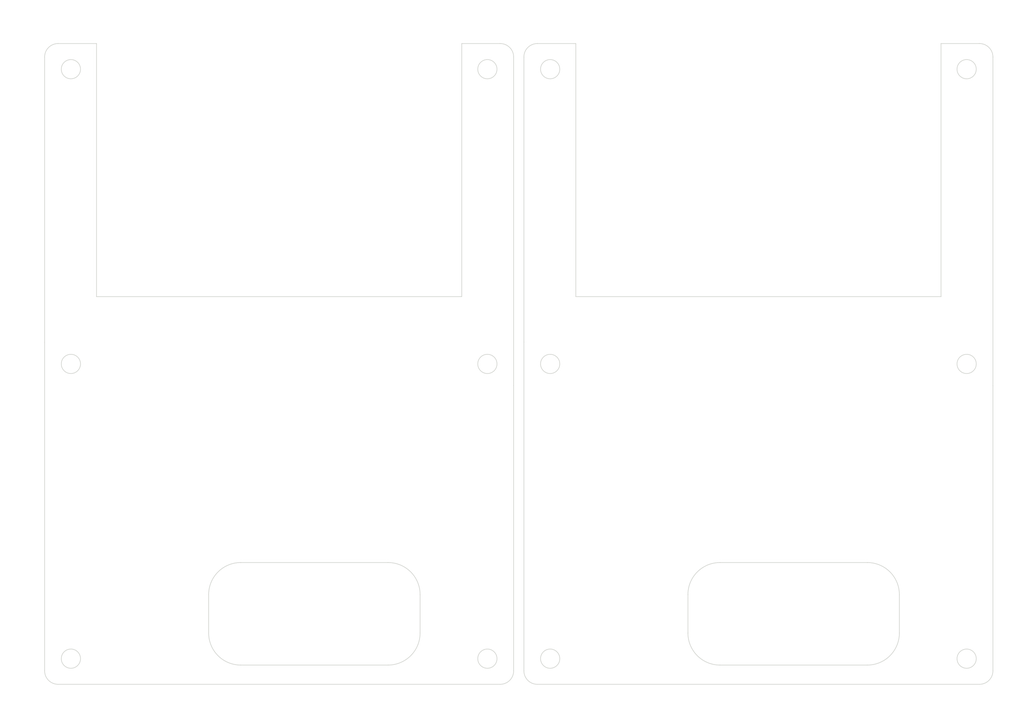
<source format=kicad_pcb>
(kicad_pcb (version 20171130) (host pcbnew "(5.1.6)-1")

  (general
    (thickness 1.6)
    (drawings 70)
    (tracks 0)
    (zones 0)
    (modules 0)
    (nets 1)
  )

  (page A4)
  (layers
    (0 F.Cu signal)
    (31 B.Cu signal)
    (32 B.Adhes user)
    (33 F.Adhes user)
    (34 B.Paste user)
    (35 F.Paste user)
    (36 B.SilkS user)
    (37 F.SilkS user)
    (38 B.Mask user)
    (39 F.Mask user)
    (40 Dwgs.User user)
    (41 Cmts.User user)
    (42 Eco1.User user)
    (43 Eco2.User user)
    (44 Edge.Cuts user)
    (45 Margin user)
    (46 B.CrtYd user)
    (47 F.CrtYd user)
    (48 B.Fab user)
    (49 F.Fab user)
  )

  (setup
    (last_trace_width 0.25)
    (user_trace_width 0.3)
    (user_trace_width 0.4)
    (user_trace_width 0.5)
    (user_trace_width 0.75)
    (user_trace_width 1)
    (user_trace_width 2)
    (user_trace_width 3)
    (user_trace_width 0.3)
    (user_trace_width 0.4)
    (user_trace_width 0.5)
    (user_trace_width 0.75)
    (user_trace_width 1)
    (user_trace_width 2)
    (user_trace_width 3)
    (user_trace_width 0.3)
    (user_trace_width 0.4)
    (user_trace_width 0.5)
    (user_trace_width 0.75)
    (user_trace_width 1)
    (user_trace_width 2)
    (user_trace_width 3)
    (user_trace_width 0.3)
    (user_trace_width 0.4)
    (user_trace_width 0.5)
    (user_trace_width 0.75)
    (user_trace_width 1)
    (user_trace_width 2)
    (user_trace_width 3)
    (user_trace_width 0.3)
    (user_trace_width 0.4)
    (user_trace_width 0.5)
    (user_trace_width 0.75)
    (user_trace_width 1)
    (user_trace_width 2)
    (user_trace_width 3)
    (user_trace_width 0.3)
    (user_trace_width 0.4)
    (user_trace_width 0.5)
    (user_trace_width 0.75)
    (user_trace_width 1)
    (user_trace_width 2)
    (user_trace_width 3)
    (trace_clearance 0.2)
    (zone_clearance 0.5)
    (zone_45_only yes)
    (trace_min 0.16)
    (via_size 0.8)
    (via_drill 0.4)
    (via_min_size 0.4)
    (via_min_drill 0.3)
    (user_via 0.65 0.3)
    (user_via 0.65 0.3)
    (user_via 0.65 0.3)
    (user_via 0.65 0.3)
    (user_via 0.65 0.3)
    (user_via 0.65 0.3)
    (uvia_size 0.3)
    (uvia_drill 0.1)
    (uvias_allowed no)
    (uvia_min_size 0.2)
    (uvia_min_drill 0.1)
    (edge_width 0.1)
    (segment_width 0.2)
    (pcb_text_width 0.3)
    (pcb_text_size 1.5 1.5)
    (mod_edge_width 0.15)
    (mod_text_size 1 1)
    (mod_text_width 0.15)
    (pad_size 5.5 5.5)
    (pad_drill 3.2)
    (pad_to_mask_clearance 0.05)
    (aux_axis_origin 110.9 49)
    (grid_origin 110.9 49)
    (visible_elements 7FFFFFFF)
    (pcbplotparams
      (layerselection 0x01000_7ffffffe)
      (usegerberextensions false)
      (usegerberattributes false)
      (usegerberadvancedattributes false)
      (creategerberjobfile false)
      (excludeedgelayer true)
      (linewidth 0.100000)
      (plotframeref false)
      (viasonmask false)
      (mode 1)
      (useauxorigin true)
      (hpglpennumber 1)
      (hpglpenspeed 20)
      (hpglpendiameter 15.000000)
      (psnegative false)
      (psa4output false)
      (plotreference true)
      (plotvalue true)
      (plotinvisibletext false)
      (padsonsilk false)
      (subtractmaskfromsilk true)
      (outputformat 3)
      (mirror false)
      (drillshape 0)
      (scaleselection 1)
      (outputdirectory "2_3_frame_Acryl10mm/"))
  )

  (net 0 "")

  (net_class Default "これはデフォルトのネット クラスです。"
    (clearance 0.2)
    (trace_width 0.25)
    (via_dia 0.8)
    (via_drill 0.4)
    (uvia_dia 0.3)
    (uvia_drill 0.1)
  )

  (dimension 100 (width 0.15) (layer Dwgs.User)
    (gr_text "100.000 mm" (at 107.6 99 90) (layer Dwgs.User)
      (effects (font (size 1 1) (thickness 0.15)))
    )
    (feature1 (pts (xy 113 49) (xy 108.313579 49)))
    (feature2 (pts (xy 113 149) (xy 108.313579 149)))
    (crossbar (pts (xy 108.9 149) (xy 108.9 49)))
    (arrow1a (pts (xy 108.9 49) (xy 109.486421 50.126504)))
    (arrow1b (pts (xy 108.9 49) (xy 108.313579 50.126504)))
    (arrow2a (pts (xy 108.9 149) (xy 109.486421 147.873496)))
    (arrow2b (pts (xy 108.9 149) (xy 108.313579 147.873496)))
  )
  (dimension 148 (width 0.15) (layer Dwgs.User)
    (gr_text "148.000 mm" (at 184.9 42.9) (layer Dwgs.User)
      (effects (font (size 1 1) (thickness 0.15)))
    )
    (feature1 (pts (xy 258.9 51.1) (xy 258.9 43.613579)))
    (feature2 (pts (xy 110.9 51.1) (xy 110.9 43.613579)))
    (crossbar (pts (xy 110.9 44.2) (xy 258.9 44.2)))
    (arrow1a (pts (xy 258.9 44.2) (xy 257.773496 44.786421)))
    (arrow1b (pts (xy 258.9 44.2) (xy 257.773496 43.613579)))
    (arrow2a (pts (xy 110.9 44.2) (xy 112.026504 44.786421)))
    (arrow2b (pts (xy 110.9 44.2) (xy 112.026504 43.613579)))
  )
  (dimension 73.2 (width 0.15) (layer Dwgs.User)
    (gr_text "73.200 mm" (at 222.3 45.7) (layer Dwgs.User)
      (effects (font (size 1 1) (thickness 0.15)))
    )
    (feature1 (pts (xy 258.9 51.1) (xy 258.9 46.413579)))
    (feature2 (pts (xy 185.7 51.1) (xy 185.7 46.413579)))
    (crossbar (pts (xy 185.7 47) (xy 258.9 47)))
    (arrow1a (pts (xy 258.9 47) (xy 257.773496 47.586421)))
    (arrow1b (pts (xy 258.9 47) (xy 257.773496 46.413579)))
    (arrow2a (pts (xy 185.7 47) (xy 186.826504 47.586421)))
    (arrow2b (pts (xy 185.7 47) (xy 186.826504 46.413579)))
  )
  (dimension 73.2 (width 0.15) (layer Dwgs.User)
    (gr_text "73.200 mm" (at 147.5 45.7) (layer Dwgs.User)
      (effects (font (size 1 1) (thickness 0.15)))
    )
    (feature1 (pts (xy 184.1 49) (xy 184.1 46.413579)))
    (feature2 (pts (xy 110.9 49) (xy 110.9 46.413579)))
    (crossbar (pts (xy 110.9 47) (xy 184.1 47)))
    (arrow1a (pts (xy 184.1 47) (xy 182.973496 47.586421)))
    (arrow1b (pts (xy 184.1 47) (xy 182.973496 46.413579)))
    (arrow2a (pts (xy 110.9 47) (xy 112.026504 47.586421)))
    (arrow2b (pts (xy 110.9 47) (xy 112.026504 46.413579)))
  )
  (gr_line (start 164.5 146) (end 141.5 146) (layer Edge.Cuts) (width 0.1) (tstamp 5FFF9421))
  (gr_line (start 113 49) (end 119 49) (layer Edge.Cuts) (width 0.1) (tstamp 5FFF9420))
  (gr_line (start 119 88.5) (end 176 88.5) (layer Edge.Cuts) (width 0.1) (tstamp 5FFF941F))
  (gr_arc (start 141.5 141) (end 136.5 141) (angle -90) (layer Edge.Cuts) (width 0.1) (tstamp 5FFF941E))
  (gr_arc (start 164.5 135) (end 169.5 135) (angle -90) (layer Edge.Cuts) (width 0.1) (tstamp 5FFF941D))
  (gr_arc (start 164.5 141) (end 164.5 146) (angle -90) (layer Edge.Cuts) (width 0.1) (tstamp 5FFF941C))
  (gr_arc (start 141.5 135) (end 141.5 130) (angle -90) (layer Edge.Cuts) (width 0.1) (tstamp 5FFF941B))
  (gr_line (start 110.9 95.6) (end 110.9 51.1) (layer Edge.Cuts) (width 0.1) (tstamp 5FFF941A))
  (gr_circle (center 180 145) (end 181.5 145) (layer Edge.Cuts) (width 0.1) (tstamp 5FFF9419))
  (gr_arc (start 182 146.9) (end 182 149) (angle -90) (layer Edge.Cuts) (width 0.1) (tstamp 5FFF9418))
  (gr_line (start 113 149) (end 182 149) (layer Edge.Cuts) (width 0.1) (tstamp 5FFF9417))
  (gr_line (start 184.1 102.4) (end 184.1 146.9) (layer Edge.Cuts) (width 0.1) (tstamp 5FFF9416))
  (gr_circle (center 115 53) (end 116.5 53) (layer Edge.Cuts) (width 0.1) (tstamp 5FFF9415))
  (gr_line (start 184.1 102.4) (end 184.1 51.1) (layer Edge.Cuts) (width 0.1) (tstamp 5FFF9414))
  (gr_arc (start 113 146.9) (end 110.9 146.9) (angle -90) (layer Edge.Cuts) (width 0.1) (tstamp 5FFF9413))
  (gr_line (start 110.9 146.9) (end 110.9 95.6) (layer Edge.Cuts) (width 0.1) (tstamp 5FFF9412))
  (gr_circle (center 180 53) (end 181.5 53) (layer Edge.Cuts) (width 0.1) (tstamp 5FFF9411))
  (gr_line (start 141.5 130) (end 164.5 130) (layer Edge.Cuts) (width 0.1) (tstamp 5FFF9410))
  (gr_line (start 176 88.5) (end 176 49) (layer Edge.Cuts) (width 0.1) (tstamp 5FFF940F))
  (gr_circle (center 180 99) (end 181.5 99) (layer Edge.Cuts) (width 0.1) (tstamp 5FFF940E))
  (gr_arc (start 113 51.1) (end 113 49) (angle -90) (layer Edge.Cuts) (width 0.1) (tstamp 5FFF940D))
  (gr_line (start 119 49) (end 119 88.5) (layer Edge.Cuts) (width 0.1) (tstamp 5FFF940C))
  (gr_line (start 182 49) (end 176 49) (layer Edge.Cuts) (width 0.1) (tstamp 5FFF940B))
  (gr_circle (center 115 99) (end 116.5 99) (layer Edge.Cuts) (width 0.1) (tstamp 5FFF940A))
  (gr_line (start 136.5 141) (end 136.5 135) (layer Edge.Cuts) (width 0.1) (tstamp 5FFF9409))
  (gr_arc (start 182 51.1) (end 184.1 51.1) (angle -90) (layer Edge.Cuts) (width 0.1) (tstamp 5FFF9408))
  (gr_circle (center 115 145) (end 113.5 145) (layer Edge.Cuts) (width 0.1) (tstamp 5FFF9407))
  (gr_line (start 169.5 135) (end 169.5 141) (layer Edge.Cuts) (width 0.1) (tstamp 5FFF9406))
  (gr_arc (start 216.3 141) (end 211.3 141) (angle -90) (layer Edge.Cuts) (width 0.1) (tstamp 5F34C617))
  (gr_arc (start 216.3 135) (end 216.3 130) (angle -90) (layer Edge.Cuts) (width 0.1) (tstamp 5F34C610))
  (gr_arc (start 239.3 141) (end 239.3 146) (angle -90) (layer Edge.Cuts) (width 0.1) (tstamp 5F34C605))
  (gr_arc (start 239.3 135) (end 244.3 135) (angle -90) (layer Edge.Cuts) (width 0.1) (tstamp 5F34C5FF))
  (dimension 148 (width 0.15) (layer Cmts.User)
    (gr_text "148.000 mm" (at 184.9 45.7) (layer Cmts.User)
      (effects (font (size 1 1) (thickness 0.15)))
    )
    (feature1 (pts (xy 258.9 149) (xy 258.9 46.413579)))
    (feature2 (pts (xy 110.9 149) (xy 110.9 46.413579)))
    (crossbar (pts (xy 110.9 47) (xy 258.9 47)))
    (arrow1a (pts (xy 258.9 47) (xy 257.773496 47.586421)))
    (arrow1b (pts (xy 258.9 47) (xy 257.773496 46.413579)))
    (arrow2a (pts (xy 110.9 47) (xy 112.026504 47.586421)))
    (arrow2b (pts (xy 110.9 47) (xy 112.026504 46.413579)))
  )
  (dimension 100 (width 0.15) (layer Cmts.User)
    (gr_text "100.000 mm" (at 262.4 99 270) (layer Cmts.User)
      (effects (font (size 1 1) (thickness 0.15)))
    )
    (feature1 (pts (xy 110.9 149) (xy 261.686421 149)))
    (feature2 (pts (xy 110.9 49) (xy 261.686421 49)))
    (crossbar (pts (xy 261.1 49) (xy 261.1 149)))
    (arrow1a (pts (xy 261.1 149) (xy 260.513579 147.873496)))
    (arrow1b (pts (xy 261.1 149) (xy 261.686421 147.873496)))
    (arrow2a (pts (xy 261.1 49) (xy 260.513579 50.126504)))
    (arrow2b (pts (xy 261.1 49) (xy 261.686421 50.126504)))
  )
  (gr_line (start 185.7 146.9) (end 185.7 95.6) (layer Edge.Cuts) (width 0.1) (tstamp 5EFD41CE))
  (gr_line (start 187.8 149) (end 256.8 149) (layer Edge.Cuts) (width 0.1) (tstamp 5EFD41CD))
  (gr_arc (start 256.8 146.9) (end 256.8 149) (angle -90) (layer Edge.Cuts) (width 0.1) (tstamp 5EFD41CC))
  (gr_circle (center 254.8 145) (end 256.3 145) (layer Edge.Cuts) (width 0.1) (tstamp 5EFD41CB))
  (gr_circle (center 254.8 53) (end 256.3 53) (layer Edge.Cuts) (width 0.1) (tstamp 5EFD41CA))
  (gr_line (start 185.7 95.6) (end 185.7 51.1) (layer Edge.Cuts) (width 0.1) (tstamp 5EFD41C9))
  (gr_line (start 258.9 102.4) (end 258.9 51.1) (layer Edge.Cuts) (width 0.1) (tstamp 5EFD41C8))
  (gr_arc (start 187.8 146.9) (end 185.7 146.9) (angle -90) (layer Edge.Cuts) (width 0.1) (tstamp 5EFD41C7))
  (gr_circle (center 189.8 53) (end 191.3 53) (layer Edge.Cuts) (width 0.1) (tstamp 5EFD41C6))
  (gr_line (start 258.9 102.4) (end 258.9 146.9) (layer Edge.Cuts) (width 0.1) (tstamp 5EFD41C5))
  (gr_arc (start 187.8 51.1) (end 187.8 49) (angle -90) (layer Edge.Cuts) (width 0.1) (tstamp 5EFD41C4))
  (gr_circle (center 189.8 145) (end 188.3 145) (layer Edge.Cuts) (width 0.1) (tstamp 5EFD41C3))
  (gr_arc (start 256.8 51.1) (end 258.9 51.1) (angle -90) (layer Edge.Cuts) (width 0.1) (tstamp 5EFD41C2))
  (gr_line (start 193.8 49) (end 193.8 88.5) (layer Edge.Cuts) (width 0.1) (tstamp 5EFD41BD))
  (gr_circle (center 254.8 99) (end 256.3 99) (layer Edge.Cuts) (width 0.1) (tstamp 5EFD41B7))
  (gr_line (start 211.3 141) (end 211.3 135) (layer Edge.Cuts) (width 0.1) (tstamp 5EFD41B6))
  (gr_circle (center 189.8 99) (end 191.3 99) (layer Edge.Cuts) (width 0.1) (tstamp 5EFD41B2))
  (gr_line (start 256.8 49) (end 250.8 49) (layer Edge.Cuts) (width 0.1) (tstamp 5EFD41B0))
  (gr_line (start 216.3 130) (end 239.3 130) (layer Edge.Cuts) (width 0.1) (tstamp 5EFD41AD))
  (gr_line (start 244.3 135) (end 244.3 141) (layer Edge.Cuts) (width 0.1) (tstamp 5EFD41A8))
  (gr_line (start 250.8 88.5) (end 250.8 49) (layer Edge.Cuts) (width 0.1) (tstamp 5EFD41A3))
  (gr_line (start 187.8 49) (end 193.8 49) (layer Edge.Cuts) (width 0.1) (tstamp 5EFD41A2))
  (gr_line (start 239.3 146) (end 216.3 146) (layer Edge.Cuts) (width 0.1) (tstamp 5EFD41A0))
  (gr_line (start 193.8 88.5) (end 250.8 88.5) (layer Edge.Cuts) (width 0.1) (tstamp 5EFD419E))
  (dimension 100 (width 0.15) (layer Dwgs.User)
    (gr_text "100.000 mm" (at 262.3 99 270) (layer Dwgs.User)
      (effects (font (size 1 1) (thickness 0.15)))
    )
    (feature1 (pts (xy 119 149) (xy 261.586421 149)))
    (feature2 (pts (xy 119 49) (xy 261.586421 49)))
    (crossbar (pts (xy 261 49) (xy 261 149)))
    (arrow1a (pts (xy 261 149) (xy 260.413579 147.873496)))
    (arrow1b (pts (xy 261 149) (xy 261.586421 147.873496)))
    (arrow2a (pts (xy 261 49) (xy 260.413579 50.126504)))
    (arrow2b (pts (xy 261 49) (xy 261.586421 50.126504)))
  )
  (gr_line (start 111 99) (end 184 99) (layer Dwgs.User) (width 0.15))
  (gr_line (start 111 99) (end 184 99) (layer Dwgs.User) (width 0.15))
  (gr_line (start 111 99) (end 184 99) (layer Dwgs.User) (width 0.15))
  (dimension 22 (width 0.15) (layer Dwgs.User)
    (gr_text "22.000 mm" (at 158.5 153.8) (layer Dwgs.User)
      (effects (font (size 1 1) (thickness 0.15)))
    )
    (feature1 (pts (xy 169.5 130) (xy 169.5 153.086421)))
    (feature2 (pts (xy 147.5 130) (xy 147.5 153.086421)))
    (crossbar (pts (xy 147.5 152.5) (xy 169.5 152.5)))
    (arrow1a (pts (xy 169.5 152.5) (xy 168.373496 153.086421)))
    (arrow1b (pts (xy 169.5 152.5) (xy 168.373496 151.913579)))
    (arrow2a (pts (xy 147.5 152.5) (xy 148.626504 153.086421)))
    (arrow2b (pts (xy 147.5 152.5) (xy 148.626504 151.913579)))
  )
  (dimension 11 (width 0.15) (layer Dwgs.User)
    (gr_text "11.000 mm" (at 142 153.8) (layer Dwgs.User)
      (effects (font (size 1 1) (thickness 0.15)))
    )
    (feature1 (pts (xy 136.5 130) (xy 136.5 153.086421)))
    (feature2 (pts (xy 147.5 130) (xy 147.5 153.086421)))
    (crossbar (pts (xy 147.5 152.5) (xy 136.5 152.5)))
    (arrow1a (pts (xy 136.5 152.5) (xy 137.626504 151.913579)))
    (arrow1b (pts (xy 136.5 152.5) (xy 137.626504 153.086421)))
    (arrow2a (pts (xy 147.5 152.5) (xy 146.373496 151.913579)))
    (arrow2b (pts (xy 147.5 152.5) (xy 146.373496 153.086421)))
  )
  (dimension 22 (width 0.15) (layer Dwgs.User)
    (gr_text "22.000 mm" (at 158.5 153.8) (layer Dwgs.User)
      (effects (font (size 1 1) (thickness 0.15)))
    )
    (feature1 (pts (xy 169.5 130) (xy 169.5 153.086421)))
    (feature2 (pts (xy 147.5 130) (xy 147.5 153.086421)))
    (crossbar (pts (xy 147.5 152.5) (xy 169.5 152.5)))
    (arrow1a (pts (xy 169.5 152.5) (xy 168.373496 153.086421)))
    (arrow1b (pts (xy 169.5 152.5) (xy 168.373496 151.913579)))
    (arrow2a (pts (xy 147.5 152.5) (xy 148.626504 153.086421)))
    (arrow2b (pts (xy 147.5 152.5) (xy 148.626504 151.913579)))
  )
  (dimension 11 (width 0.15) (layer Dwgs.User)
    (gr_text "11.000 mm" (at 142 153.8) (layer Dwgs.User)
      (effects (font (size 1 1) (thickness 0.15)))
    )
    (feature1 (pts (xy 136.5 130) (xy 136.5 153.086421)))
    (feature2 (pts (xy 147.5 130) (xy 147.5 153.086421)))
    (crossbar (pts (xy 147.5 152.5) (xy 136.5 152.5)))
    (arrow1a (pts (xy 136.5 152.5) (xy 137.626504 151.913579)))
    (arrow1b (pts (xy 136.5 152.5) (xy 137.626504 153.086421)))
    (arrow2a (pts (xy 147.5 152.5) (xy 146.373496 151.913579)))
    (arrow2b (pts (xy 147.5 152.5) (xy 146.373496 153.086421)))
  )

)

</source>
